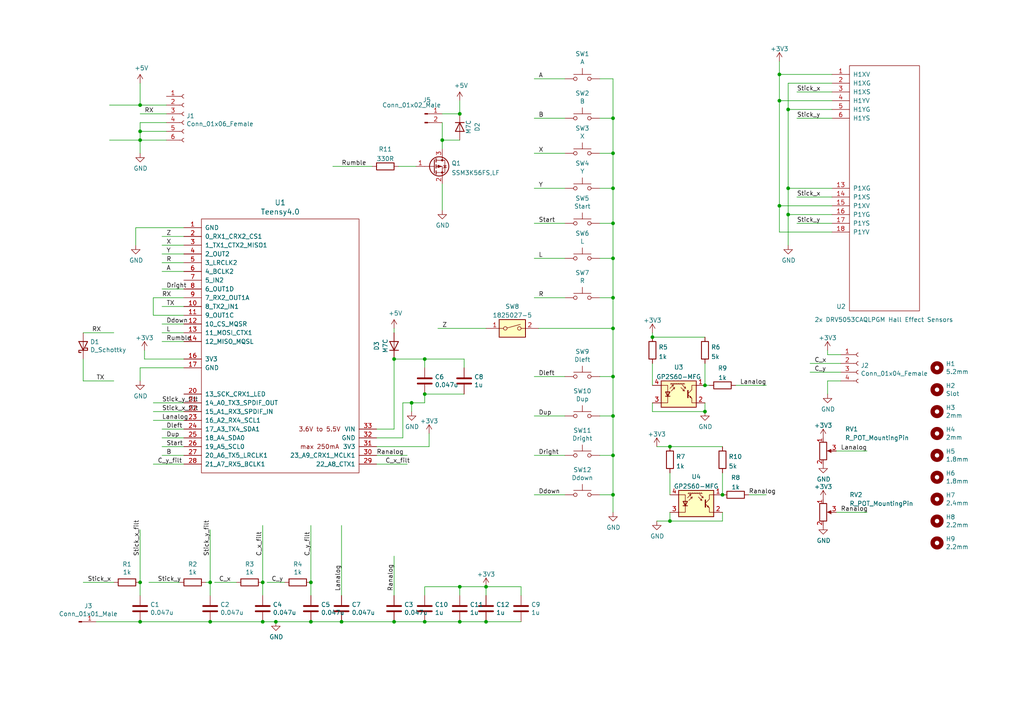
<source format=kicad_sch>
(kicad_sch (version 20211123) (generator eeschema)
  (paper "A4")
  (lib_symbols
    (symbol "Connector:Conn_01x01_Male" (pin_names (offset 1.016) hide)
      (property "Reference" "J" (at 0 2.54 0))
      (property "Value" "Conn_01x01_Male" (at 0 -2.54 0))
      (symbol "Conn_01x01_Male_1_1"
        (pin passive line (at 5.08 0 180) (length 3.81) (name "Pin_1") (number "1"))
      )
    )
    (symbol "Connector:Conn_01x02_Male" (pin_names (offset 1.016) hide)
      (property "Reference" "J" (at 0 2.54 0))
      (property "Value" "Conn_01x02_Male" (at 0 -5.08 0))
      (symbol "Conn_01x02_Male_1_1"
        (pin passive line (at 5.08 0 180) (length 3.81) (name "Pin_1") (number "1"))
        (pin passive line (at 5.08 -2.54 180) (length 3.81) (name "Pin_2") (number "2"))
      )
    )
    (symbol "Connector:Conn_01x04_Female" (pin_names (offset 1.016) hide)
      (property "Reference" "J" (at 0 5.08 0))
      (property "Value" "Conn_01x04_Female" (at 0 -7.62 0))
      (symbol "Conn_01x04_Female_1_1"
        (pin passive line (at -5.08 2.54 0) (length 3.81) (name "Pin_1") (number "1"))
        (pin passive line (at -5.08 0 0) (length 3.81) (name "Pin_2") (number "2"))
        (pin passive line (at -5.08 -2.54 0) (length 3.81) (name "Pin_3") (number "3"))
        (pin passive line (at -5.08 -5.08 0) (length 3.81) (name "Pin_4") (number "4"))
      )
    )
    (symbol "Connector:Conn_01x06_Female" (pin_names (offset 1.016) hide)
      (property "Reference" "J" (at 0 7.62 0))
      (property "Value" "Conn_01x06_Female" (at 0 -10.16 0))
      (symbol "Conn_01x06_Female_1_1"
        (pin passive line (at -5.08 5.08 0) (length 3.81) (name "Pin_1") (number "1"))
        (pin passive line (at -5.08 2.54 0) (length 3.81) (name "Pin_2") (number "2"))
        (pin passive line (at -5.08 0 0) (length 3.81) (name "Pin_3") (number "3"))
        (pin passive line (at -5.08 -2.54 0) (length 3.81) (name "Pin_4") (number "4"))
        (pin passive line (at -5.08 -5.08 0) (length 3.81) (name "Pin_5") (number "5"))
        (pin passive line (at -5.08 -7.62 0) (length 3.81) (name "Pin_6") (number "6"))
      )
    )
    (symbol "Device:C" (pin_numbers hide) (pin_names (offset 0.254))
      (property "Reference" "C" (at 0.635 2.54 0))
      (property "Value" "C" (at 0.635 -2.54 0))
      (symbol "C_1_1"
        (pin passive line (at 0 3.81 270) (length 2.794) (name "~") (number "1"))
        (pin passive line (at 0 -3.81 90) (length 2.794) (name "~") (number "2"))
      )
    )
    (symbol "Device:D" (pin_numbers hide) (pin_names (offset 1.016) hide)
      (property "Reference" "D" (at 0 2.54 0))
      (property "Value" "D" (at 0 -2.54 0))
      (symbol "D_1_1"
        (pin passive line (at -3.81 0 0) (length 2.54) (name "K") (number "1"))
        (pin passive line (at 3.81 0 180) (length 2.54) (name "A") (number "2"))
      )
    )
    (symbol "Device:D_Schottky" (pin_numbers hide) (pin_names (offset 1.016) hide)
      (property "Reference" "D" (at 0 2.54 0))
      (property "Value" "D_Schottky" (at 0 -2.54 0))
      (symbol "D_Schottky_1_1"
        (pin passive line (at -3.81 0 0) (length 2.54) (name "K") (number "1"))
        (pin passive line (at 3.81 0 180) (length 2.54) (name "A") (number "2"))
      )
    )
    (symbol "Device:R" (pin_numbers hide) (pin_names (offset 0))
      (property "Reference" "R" (at 2.032 0 90))
      (property "Value" "R" (at 0 0 90))
      (symbol "R_1_1"
        (pin passive line (at 0 3.81 270) (length 1.27) (name "~") (number "1"))
        (pin passive line (at 0 -3.81 90) (length 1.27) (name "~") (number "2"))
      )
    )
    (symbol "GCC:+3.3V" (power) (pin_names (offset 0))
      (property "Value" "+3.3V" (at 0 3.556 0))
      (symbol "+3.3V_1_1"
        (pin power_in line (at 0 0 90) (length 0) hide (name "+3V3") (number "1"))
      )
    )
    (symbol "GCC:Gamecube-MB-rescue_Slider_GCC-Gamecube_MB" (pin_names (offset 1.016) hide)
      (property "Reference" "RV" (at -8.255 0 90))
      (property "Value" "Gamecube-MB-rescue_Slider_GCC-Gamecube_MB" (at -6.35 0 90))
      (symbol "Gamecube-MB-rescue_Slider_GCC-Gamecube_MB_1_1"
        (pin passive line (at 0 3.81 270) (length 1.27) (name "V+") (number "1"))
        (pin passive line (at 0 -3.81 90) (length 1.27) (name "GND") (number "2"))
        (pin passive line (at 3.81 0 180) (length 1.27) (name "Signal") (number "3"))
      )
    )
    (symbol "GCC:Gamecube-MB-rescue_Stickbox_Assembly-Gamecube_MB" (pin_names (offset 1.016))
      (property "Reference" "U" (at 12.7 -41.91 90))
      (property "Value" "Gamecube-MB-rescue_Stickbox_Assembly-Gamecube_MB" (at 8.89 -35.56 90))
      (symbol "Gamecube-MB-rescue_Stickbox_Assembly-Gamecube_MB_0_0"
        (pin unspecified line (at -5.08 -2.54 0) (length 5.08) (name "H1XV") (number "1"))
        (pin unspecified line (at -5.08 -35.56 0) (length 5.08) (name "P1XG") (number "13"))
        (pin unspecified line (at -5.08 -38.1 0) (length 5.08) (name "P1XS") (number "14"))
        (pin unspecified line (at -5.08 -40.64 0) (length 5.08) (name "P1XV") (number "15"))
        (pin unspecified line (at -5.08 -43.18 0) (length 5.08) (name "P1YG") (number "16"))
        (pin unspecified line (at -5.08 -45.72 0) (length 5.08) (name "P1YS") (number "17"))
        (pin unspecified line (at -5.08 -48.26 0) (length 5.08) (name "P1YV") (number "18"))
        (pin unspecified line (at -5.08 -5.08 0) (length 5.08) (name "H1XG") (number "2"))
        (pin unspecified line (at -5.08 -7.62 0) (length 5.08) (name "H1XS") (number "3"))
        (pin unspecified line (at -5.08 -10.16 0) (length 5.08) (name "H1YV") (number "4"))
        (pin unspecified line (at -5.08 -12.7 0) (length 5.08) (name "H1YG") (number "5"))
        (pin unspecified line (at -5.08 -15.24 0) (length 5.08) (name "H1YS") (number "6"))
      )
    )
    (symbol "Mechanical:MountingHole" (pin_names (offset 1.016))
      (property "Reference" "H" (at 0 5.08 0))
      (property "Value" "MountingHole" (at 0 3.175 0))
    )
    (symbol "Sensor_Proximity:BPR-105" (pin_names (offset 0.0254) hide)
      (property "Reference" "U?" (at 0 7.7765 0))
      (property "Value" "BPR-105" (at 0 5.0014 0))
      (symbol "BPR-105_1_1"
        (pin open_collector line (at 7.62 2.54 180) (length 2.54) (name "C") (number "1"))
        (pin open_emitter line (at 7.62 -2.54 180) (length 2.54) (name "E") (number "2"))
        (pin passive line (at -7.62 -2.54 0) (length 2.54) (name "K") (number "3"))
        (pin passive line (at -7.62 2.54 0) (length 2.54) (name "A") (number "4"))
      )
    )
    (symbol "Switch:SW_DIP_x01" (pin_names (offset 0) hide)
      (property "Reference" "SW" (at 0 3.81 0))
      (property "Value" "SW_DIP_x01" (at 0 -3.81 0))
      (symbol "SW_DIP_x01_1_1"
        (pin passive line (at -7.62 0 0) (length 5.08) (name "~") (number "1"))
        (pin passive line (at 7.62 0 180) (length 5.08) (name "~") (number "2"))
      )
    )
    (symbol "Switch:SW_Push" (pin_numbers hide) (pin_names (offset 1.016) hide)
      (property "Reference" "SW" (at 1.27 2.54 0))
      (property "Value" "SW_Push" (at 0 -1.524 0))
      (symbol "SW_Push_0_1"
        (pin passive line (at -5.08 0 0) (length 2.54) (name "1") (number "1"))
        (pin passive line (at 5.08 0 180) (length 2.54) (name "2") (number "2"))
      )
    )
    (symbol "Transistor_FET:DMG2301L" (pin_names hide)
      (property "Reference" "Q" (at 5.08 1.905 0))
      (property "Value" "DMG2301L" (at 5.08 0 0))
      (symbol "DMG2301L_1_1"
        (pin input line (at -5.08 0 0) (length 2.54) (name "G") (number "1"))
        (pin passive line (at 2.54 -5.08 90) (length 2.54) (name "S") (number "2"))
        (pin passive line (at 2.54 5.08 270) (length 2.54) (name "D") (number "3"))
      )
    )
    (symbol "power:+5V" (power) (pin_names (offset 0))
      (property "Value" "+5V" (at 0 3.556 0))
      (symbol "+5V_1_1"
        (pin power_in line (at 0 0 90) (length 0) hide (name "+5V") (number "1"))
      )
    )
    (symbol "power:GND" (power) (pin_names (offset 0))
      (property "Value" "GND" (at 0 -3.81 0))
      (symbol "GND_1_1"
        (pin power_in line (at 0 0 270) (length 0) hide (name "GND") (number "1"))
      )
    )
    (symbol "teensy:Teensy4.0" (pin_names (offset 1.016))
      (property "Reference" "U1" (at 0 41.5798 0))
      (property "Value" "Teensy4.0" (at 0 38.8874 0))
      (symbol "Teensy4.0_0_0"
        (text "3.6V to 5.5V" (at 11.43 -24.13 0) (effects (font (size 1.27 1.27))))
        (text "max 250mA" (at 11.43 -29.21 0) (effects (font (size 1.27 1.27))))
        (pin bidirectional line (at -27.94 11.43 0) (length 5.08) (name "8_TX2_IN1") (number "10"))
        (pin bidirectional line (at -27.94 8.89 0) (length 5.08) (name "9_OUT1C") (number "11"))
        (pin bidirectional line (at -27.94 6.35 0) (length 5.08) (name "10_CS_MQSR") (number "12"))
        (pin bidirectional line (at -27.94 3.81 0) (length 5.08) (name "11_MOSI_CTX1") (number "13"))
        (pin bidirectional line (at -27.94 1.27 0) (length 5.08) (name "12_MISO_MQSL") (number "14"))
        (pin power_in line (at -27.94 -3.81 0) (length 5.08) (name "3V3") (number "16"))
        (pin power_in line (at -27.94 -6.35 0) (length 5.08) (name "GND") (number "17"))
        (pin bidirectional line (at -27.94 -13.97 0) (length 5.08) (name "13_SCK_CRX1_LED") (number "20"))
        (pin bidirectional line (at -27.94 -16.51 0) (length 5.08) (name "14_A0_TX3_SPDIF_OUT") (number "21"))
        (pin bidirectional line (at -27.94 -19.05 0) (length 5.08) (name "15_A1_RX3_SPDIF_IN") (number "22"))
        (pin bidirectional line (at -27.94 -21.59 0) (length 5.08) (name "16_A2_RX4_SCL1") (number "23"))
        (pin bidirectional line (at -27.94 -24.13 0) (length 5.08) (name "17_A3_TX4_SDA1") (number "24"))
        (pin bidirectional line (at -27.94 -26.67 0) (length 5.08) (name "18_A4_SDA0") (number "25"))
        (pin bidirectional line (at -27.94 -29.21 0) (length 5.08) (name "19_A5_SCL0") (number "26"))
        (pin bidirectional line (at -27.94 -31.75 0) (length 5.08) (name "20_A6_TX5_LRCLK1") (number "27"))
        (pin bidirectional line (at -27.94 -34.29 0) (length 5.08) (name "21_A7_RX5_BCLK1") (number "28"))
        (pin bidirectional line (at 27.94 -34.29 180) (length 5.08) (name "22_A8_CTX1") (number "29"))
        (pin bidirectional line (at 27.94 -31.75 180) (length 5.08) (name "23_A9_CRX1_MCLK1") (number "30"))
        (pin power_out line (at 27.94 -29.21 180) (length 5.08) (name "3V3") (number "31"))
        (pin power_in line (at 27.94 -26.67 180) (length 5.08) (name "GND") (number "32"))
        (pin power_in line (at 27.94 -24.13 180) (length 5.08) (name "VIN") (number "33"))
        (pin bidirectional line (at -27.94 24.13 0) (length 5.08) (name "3_LRCLK2") (number "5"))
        (pin bidirectional line (at -27.94 21.59 0) (length 5.08) (name "4_BCLK2") (number "6"))
        (pin bidirectional line (at -27.94 19.05 0) (length 5.08) (name "5_IN2") (number "7"))
        (pin bidirectional line (at -27.94 16.51 0) (length 5.08) (name "6_OUT1D") (number "8"))
        (pin bidirectional line (at -27.94 13.97 0) (length 5.08) (name "7_RX2_OUT1A") (number "9"))
      )
      (symbol "Teensy4.0_1_1"
        (pin power_in line (at -27.94 34.29 0) (length 5.08) (name "GND") (number "1"))
        (pin bidirectional line (at -27.94 31.75 0) (length 5.08) (name "0_RX1_CRX2_CS1") (number "2"))
        (pin bidirectional line (at -27.94 29.21 0) (length 5.08) (name "1_TX1_CTX2_MISO1") (number "3"))
        (pin bidirectional line (at -27.94 26.67 0) (length 5.08) (name "2_OUT2") (number "4"))
      )
    )
  )
  (junction (at 133.35 180.34))
  (junction (at 119.38 116.84))
  (junction (at 177.8 44.45))
  (junction (at 177.8 54.61))
  (junction (at 226.06 21.59))
  (junction (at 204.47 119.38))
  (junction (at 133.35 33.02))
  (junction (at 194.31 151.13))
  (junction (at 123.19 180.34))
  (junction (at 204.47 111.76))
  (junction (at 177.8 109.22))
  (junction (at 140.97 170.18))
  (junction (at 177.8 143.51))
  (junction (at 228.6 54.61))
  (junction (at 140.97 180.34))
  (junction (at 40.64 38.1))
  (junction (at 60.96 180.34))
  (junction (at 189.23 97.79))
  (junction (at 226.06 29.21))
  (junction (at 177.8 132.08))
  (junction (at 123.19 104.14))
  (junction (at 90.17 180.34))
  (junction (at 133.35 170.18))
  (junction (at 90.17 168.91))
  (junction (at 80.01 180.34))
  (junction (at 114.3 104.14))
  (junction (at 228.6 31.75))
  (junction (at 177.8 34.29))
  (junction (at 194.31 129.54))
  (junction (at 76.2 168.91))
  (junction (at 99.06 180.34))
  (junction (at 177.8 86.36))
  (junction (at 177.8 120.65))
  (junction (at 114.3 180.34))
  (junction (at 40.64 180.34))
  (junction (at 177.8 74.93))
  (junction (at 40.64 40.64))
  (junction (at 123.19 114.3))
  (junction (at 226.06 59.69))
  (junction (at 128.27 40.64))
  (junction (at 40.64 30.48))
  (junction (at 177.8 64.77))
  (junction (at 177.8 95.25))
  (junction (at 60.96 168.91))
  (junction (at 228.6 62.23))
  (junction (at 76.2 180.34))
  (junction (at 209.55 143.51))
  (junction (at 40.64 168.91))
  (wire (pts (xy 204.47 111.76) (xy 205.74 111.76)))
  (wire (pts (xy 53.34 132.08) (xy 46.99 132.08)))
  (wire (pts (xy 173.99 54.61) (xy 177.8 54.61)))
  (wire (pts (xy 109.22 127) (xy 116.84 127)))
  (wire (pts (xy 123.19 172.72) (xy 123.19 170.18)))
  (wire (pts (xy 177.8 143.51) (xy 177.8 148.59)))
  (wire (pts (xy 177.8 120.65) (xy 177.8 132.08)))
  (wire (pts (xy 204.47 119.38) (xy 189.23 119.38)))
  (wire (pts (xy 127 95.25) (xy 140.97 95.25)))
  (wire (pts (xy 24.13 96.52) (xy 33.02 96.52)))
  (wire (pts (xy 46.99 99.06) (xy 53.34 99.06)))
  (wire (pts (xy 53.34 106.68) (xy 40.64 106.68)))
  (wire (pts (xy 156.21 95.25) (xy 177.8 95.25)))
  (wire (pts (xy 133.35 29.21) (xy 133.35 33.02)))
  (wire (pts (xy 133.35 170.18) (xy 140.97 170.18)))
  (wire (pts (xy 243.84 105.41) (xy 234.95 105.41)))
  (wire (pts (xy 118.11 132.08) (xy 109.22 132.08)))
  (wire (pts (xy 114.3 172.72) (xy 114.3 161.29)))
  (wire (pts (xy 209.55 137.16) (xy 209.55 143.51)))
  (wire (pts (xy 243.84 107.95) (xy 234.95 107.95)))
  (wire (pts (xy 119.38 116.84) (xy 119.38 119.38)))
  (wire (pts (xy 204.47 116.84) (xy 204.47 119.38)))
  (wire (pts (xy 163.83 120.65) (xy 154.94 120.65)))
  (wire (pts (xy 177.8 54.61) (xy 177.8 44.45)))
  (wire (pts (xy 228.6 62.23) (xy 241.3 62.23)))
  (wire (pts (xy 151.13 172.72) (xy 151.13 170.18)))
  (wire (pts (xy 123.19 114.3) (xy 123.19 116.84)))
  (wire (pts (xy 241.3 21.59) (xy 226.06 21.59)))
  (wire (pts (xy 114.3 104.14) (xy 114.3 124.46)))
  (wire (pts (xy 40.64 180.34) (xy 60.96 180.34)))
  (wire (pts (xy 53.34 91.44) (xy 44.45 91.44)))
  (wire (pts (xy 76.2 152.4) (xy 76.2 168.91)))
  (wire (pts (xy 189.23 96.52) (xy 189.23 97.79)))
  (wire (pts (xy 118.11 134.62) (xy 109.22 134.62)))
  (wire (pts (xy 128.27 35.56) (xy 128.27 40.64)))
  (wire (pts (xy 48.26 38.1) (xy 40.64 38.1)))
  (wire (pts (xy 90.17 152.4) (xy 90.17 168.91)))
  (wire (pts (xy 194.31 151.13) (xy 194.31 148.59)))
  (wire (pts (xy 114.3 95.25) (xy 114.3 96.52)))
  (wire (pts (xy 53.34 86.36) (xy 44.45 86.36)))
  (wire (pts (xy 173.99 64.77) (xy 177.8 64.77)))
  (wire (pts (xy 53.34 88.9) (xy 46.99 88.9)))
  (wire (pts (xy 194.31 137.16) (xy 194.31 143.51)))
  (wire (pts (xy 209.55 148.59) (xy 209.55 151.13)))
  (wire (pts (xy 134.62 106.68) (xy 134.62 104.14)))
  (wire (pts (xy 114.3 104.14) (xy 123.19 104.14)))
  (wire (pts (xy 123.19 104.14) (xy 134.62 104.14)))
  (wire (pts (xy 48.26 33.02) (xy 40.64 33.02)))
  (wire (pts (xy 140.97 180.34) (xy 133.35 180.34)))
  (wire (pts (xy 163.83 143.51) (xy 154.94 143.51)))
  (wire (pts (xy 60.96 168.91) (xy 59.69 168.91)))
  (wire (pts (xy 128.27 40.64) (xy 128.27 43.18)))
  (wire (pts (xy 189.23 119.38) (xy 189.23 116.84)))
  (wire (pts (xy 190.5 129.54) (xy 194.31 129.54)))
  (wire (pts (xy 40.64 153.67) (xy 40.64 168.91)))
  (wire (pts (xy 41.91 104.14) (xy 41.91 101.6)))
  (wire (pts (xy 123.19 104.14) (xy 123.19 106.68)))
  (wire (pts (xy 231.14 64.77) (xy 241.3 64.77)))
  (wire (pts (xy 163.83 86.36) (xy 154.94 86.36)))
  (wire (pts (xy 213.36 111.76) (xy 222.25 111.76)))
  (wire (pts (xy 48.26 40.64) (xy 40.64 40.64)))
  (wire (pts (xy 228.6 54.61) (xy 241.3 54.61)))
  (wire (pts (xy 226.06 67.31) (xy 226.06 59.69)))
  (wire (pts (xy 116.84 127) (xy 116.84 116.84)))
  (wire (pts (xy 226.06 59.69) (xy 241.3 59.69)))
  (wire (pts (xy 243.84 110.49) (xy 240.03 110.49)))
  (wire (pts (xy 140.97 180.34) (xy 151.13 180.34)))
  (wire (pts (xy 40.64 106.68) (xy 40.64 110.49)))
  (wire (pts (xy 228.6 31.75) (xy 228.6 24.13)))
  (wire (pts (xy 90.17 180.34) (xy 99.06 180.34)))
  (wire (pts (xy 177.8 86.36) (xy 177.8 95.25)))
  (wire (pts (xy 133.35 170.18) (xy 133.35 172.72)))
  (wire (pts (xy 177.8 132.08) (xy 177.8 143.51)))
  (wire (pts (xy 209.55 151.13) (xy 194.31 151.13)))
  (wire (pts (xy 177.8 44.45) (xy 177.8 34.29)))
  (wire (pts (xy 163.83 132.08) (xy 154.94 132.08)))
  (wire (pts (xy 53.34 124.46) (xy 46.99 124.46)))
  (wire (pts (xy 177.8 86.36) (xy 177.8 74.93)))
  (wire (pts (xy 231.14 57.15) (xy 241.3 57.15)))
  (wire (pts (xy 163.83 34.29) (xy 154.94 34.29)))
  (wire (pts (xy 226.06 21.59) (xy 226.06 29.21)))
  (wire (pts (xy 243.84 102.87) (xy 240.03 102.87)))
  (wire (pts (xy 226.06 29.21) (xy 226.06 59.69)))
  (wire (pts (xy 163.83 54.61) (xy 154.94 54.61)))
  (wire (pts (xy 228.6 31.75) (xy 241.3 31.75)))
  (wire (pts (xy 48.26 30.48) (xy 40.64 30.48)))
  (wire (pts (xy 53.34 96.52) (xy 46.99 96.52)))
  (wire (pts (xy 123.19 116.84) (xy 119.38 116.84)))
  (wire (pts (xy 163.83 74.93) (xy 154.94 74.93)))
  (wire (pts (xy 53.34 68.58) (xy 46.99 68.58)))
  (wire (pts (xy 52.07 168.91) (xy 43.18 168.91)))
  (wire (pts (xy 116.84 116.84) (xy 119.38 116.84)))
  (wire (pts (xy 140.97 170.18) (xy 140.97 172.72)))
  (wire (pts (xy 53.34 71.12) (xy 46.99 71.12)))
  (wire (pts (xy 53.34 127) (xy 46.99 127)))
  (wire (pts (xy 53.34 93.98) (xy 46.99 93.98)))
  (wire (pts (xy 128.27 53.34) (xy 128.27 60.96)))
  (wire (pts (xy 177.8 74.93) (xy 177.8 64.77)))
  (wire (pts (xy 173.99 143.51) (xy 177.8 143.51)))
  (wire (pts (xy 24.13 104.14) (xy 24.13 110.49)))
  (wire (pts (xy 194.31 129.54) (xy 209.55 129.54)))
  (wire (pts (xy 173.99 109.22) (xy 177.8 109.22)))
  (wire (pts (xy 76.2 168.91) (xy 76.2 172.72)))
  (wire (pts (xy 53.34 129.54) (xy 46.99 129.54)))
  (wire (pts (xy 217.17 143.51) (xy 222.25 143.51)))
  (wire (pts (xy 53.34 134.62) (xy 44.45 134.62)))
  (wire (pts (xy 99.06 152.4) (xy 99.06 172.72)))
  (wire (pts (xy 163.83 22.86) (xy 154.94 22.86)))
  (wire (pts (xy 189.23 97.79) (xy 204.47 97.79)))
  (wire (pts (xy 226.06 67.31) (xy 241.3 67.31)))
  (wire (pts (xy 96.52 48.26) (xy 107.95 48.26)))
  (wire (pts (xy 114.3 180.34) (xy 123.19 180.34)))
  (wire (pts (xy 24.13 168.91) (xy 33.02 168.91)))
  (wire (pts (xy 173.99 132.08) (xy 177.8 132.08)))
  (wire (pts (xy 189.23 105.41) (xy 189.23 111.76)))
  (wire (pts (xy 177.8 22.86) (xy 177.8 34.29)))
  (wire (pts (xy 177.8 64.77) (xy 177.8 54.61)))
  (wire (pts (xy 228.6 62.23) (xy 228.6 71.12)))
  (wire (pts (xy 241.3 29.21) (xy 226.06 29.21)))
  (wire (pts (xy 231.14 34.29) (xy 241.3 34.29)))
  (wire (pts (xy 44.45 116.84) (xy 53.34 116.84)))
  (wire (pts (xy 53.34 83.82) (xy 46.99 83.82)))
  (wire (pts (xy 123.19 170.18) (xy 133.35 170.18)))
  (wire (pts (xy 53.34 104.14) (xy 41.91 104.14)))
  (wire (pts (xy 53.34 76.2) (xy 46.99 76.2)))
  (wire (pts (xy 128.27 40.64) (xy 133.35 40.64)))
  (wire (pts (xy 204.47 105.41) (xy 204.47 111.76)))
  (wire (pts (xy 31.75 30.48) (xy 40.64 30.48)))
  (wire (pts (xy 62.23 168.91) (xy 68.58 168.91)))
  (wire (pts (xy 240.03 110.49) (xy 240.03 114.3)))
  (wire (pts (xy 44.45 121.92) (xy 53.34 121.92)))
  (wire (pts (xy 173.99 86.36) (xy 177.8 86.36)))
  (wire (pts (xy 40.64 35.56) (xy 40.64 38.1)))
  (wire (pts (xy 27.94 180.34) (xy 40.64 180.34)))
  (wire (pts (xy 99.06 180.34) (xy 114.3 180.34)))
  (wire (pts (xy 124.46 129.54) (xy 109.22 129.54)))
  (wire (pts (xy 80.01 180.34) (xy 90.17 180.34)))
  (wire (pts (xy 173.99 34.29) (xy 177.8 34.29)))
  (wire (pts (xy 242.57 130.81) (xy 251.46 130.81)))
  (wire (pts (xy 40.64 40.64) (xy 40.64 44.45)))
  (wire (pts (xy 173.99 120.65) (xy 177.8 120.65)))
  (wire (pts (xy 53.34 73.66) (xy 46.99 73.66)))
  (wire (pts (xy 228.6 62.23) (xy 228.6 54.61)))
  (wire (pts (xy 109.22 124.46) (xy 114.3 124.46)))
  (wire (pts (xy 177.8 109.22) (xy 177.8 120.65)))
  (wire (pts (xy 173.99 44.45) (xy 177.8 44.45)))
  (wire (pts (xy 163.83 44.45) (xy 154.94 44.45)))
  (wire (pts (xy 151.13 170.18) (xy 140.97 170.18)))
  (wire (pts (xy 60.96 153.67) (xy 60.96 168.91)))
  (wire (pts (xy 128.27 33.02) (xy 133.35 33.02)))
  (wire (pts (xy 177.8 95.25) (xy 177.8 109.22)))
  (wire (pts (xy 53.34 66.04) (xy 39.37 66.04)))
  (wire (pts (xy 60.96 180.34) (xy 76.2 180.34)))
  (wire (pts (xy 115.57 48.26) (xy 120.65 48.26)))
  (wire (pts (xy 90.17 168.91) (xy 90.17 172.72)))
  (wire (pts (xy 163.83 64.77) (xy 154.94 64.77)))
  (wire (pts (xy 44.45 119.38) (xy 53.34 119.38)))
  (wire (pts (xy 173.99 22.86) (xy 177.8 22.86)))
  (wire (pts (xy 24.13 110.49) (xy 33.02 110.49)))
  (wire (pts (xy 240.03 102.87) (xy 240.03 101.6)))
  (wire (pts (xy 39.37 66.04) (xy 39.37 71.12)))
  (wire (pts (xy 60.96 168.91) (xy 60.96 172.72)))
  (wire (pts (xy 40.64 38.1) (xy 40.64 40.64)))
  (wire (pts (xy 80.01 180.34) (xy 76.2 180.34)))
  (wire (pts (xy 53.34 78.74) (xy 46.99 78.74)))
  (wire (pts (xy 40.64 172.72) (xy 40.64 168.91)))
  (wire (pts (xy 242.57 148.59) (xy 251.46 148.59)))
  (wire (pts (xy 226.06 17.78) (xy 226.06 21.59)))
  (wire (pts (xy 228.6 24.13) (xy 241.3 24.13)))
  (wire (pts (xy 163.83 109.22) (xy 154.94 109.22)))
  (wire (pts (xy 40.64 30.48) (xy 40.64 24.13)))
  (wire (pts (xy 123.19 180.34) (xy 133.35 180.34)))
  (wire (pts (xy 44.45 91.44) (xy 44.45 86.36)))
  (wire (pts (xy 123.19 114.3) (xy 134.62 114.3)))
  (wire (pts (xy 124.46 125.73) (xy 124.46 129.54)))
  (wire (pts (xy 48.26 35.56) (xy 40.64 35.56)))
  (wire (pts (xy 241.3 26.67) (xy 231.14 26.67)))
  (wire (pts (xy 228.6 31.75) (xy 228.6 54.61)))
  (wire (pts (xy 77.47 168.91) (xy 82.55 168.91)))
  (wire (pts (xy 31.75 40.64) (xy 40.64 40.64)))
  (wire (pts (xy 190.5 151.13) (xy 194.31 151.13)))
  (wire (pts (xy 173.99 74.93) (xy 177.8 74.93)))
  (label "RX" (at 26.67 96.52 0))
  (label "Lanalog" (at 214.63 111.76 0))
  (label "C_y_filt" (at 45.72 134.62 0))
  (label "Stick_y" (at 231.14 64.77 0))
  (label "A" (at 156.21 22.86 0))
  (label "A" (at 48.26 78.74 0))
  (label "Ranalog" (at 114.3 171.45 90))
  (label "RX" (at 46.99 86.36 0))
  (label "Dleft" (at 48.26 124.46 0))
  (label "Z" (at 48.26 68.58 0))
  (label "L" (at 156.21 74.93 0))
  (label "Stick_y" (at 45.72 168.91 0))
  (label "C_x" (at 236.22 105.41 0))
  (label "Stick_x" (at 231.14 26.67 0))
  (label "Stick_x" (at 231.14 57.15 0))
  (label "Lanalog" (at 46.99 121.92 0))
  (label "Rumble" (at 99.06 48.26 0))
  (label "Dleft" (at 156.21 109.22 0))
  (label "Ranalog" (at 217.17 143.51 0))
  (label "RX" (at 41.91 33.02 0))
  (label "Ranalog" (at 109.22 132.08 0))
  (label "B" (at 156.21 34.29 0))
  (label "C_y" (at 78.74 168.91 0))
  (label "Rumble" (at 48.26 99.06 0))
  (label "Z" (at 128.27 95.25 0))
  (label "C_x_filt" (at 76.2 161.29 90))
  (label "Start" (at 48.26 129.54 0))
  (label "Dright" (at 48.26 83.82 0))
  (label "C_x" (at 63.5 168.91 0))
  (label "C_y_filt" (at 90.17 161.29 90))
  (label "Stick_x" (at 25.4 168.91 0))
  (label "Dright" (at 156.21 132.08 0))
  (label "Ranalog" (at 243.84 148.59 0))
  (label "Start" (at 156.21 64.77 0))
  (label "B" (at 48.26 132.08 0))
  (label "Ddown" (at 156.21 143.51 0))
  (label "R" (at 156.21 86.36 0))
  (label "Stick_y_filt" (at 46.99 116.84 0))
  (label "X" (at 48.26 71.12 0))
  (label "R" (at 48.26 76.2 0))
  (label "TX" (at 48.26 88.9 0))
  (label "Lanalog" (at 243.84 130.81 0))
  (label "Stick_y" (at 231.14 34.29 0))
  (label "Y" (at 156.21 54.61 0))
  (label "Ddown" (at 48.26 93.98 0))
  (label "C_y" (at 236.22 107.95 0))
  (label "Dup" (at 48.26 127 0))
  (label "C_x_filt" (at 111.76 134.62 0))
  (label "Stick_x_filt" (at 46.99 119.38 0))
  (label "TX" (at 27.94 110.49 0))
  (label "Lanalog" (at 99.06 171.45 90))
  (label "L" (at 48.26 96.52 0))
  (label "X" (at 156.21 44.45 0))
  (label "Stick_x_filt" (at 40.64 161.29 90))
  (label "Y" (at 48.26 73.66 0))
  (label "Dup" (at 156.21 120.65 0))
  (label "Stick_y_filt" (at 60.96 161.29 90))
  (symbol (lib_id "teensy:Teensy4.0") (at 81.28 100.33 0) (unit 1)
    (property "Reference" "U1" (at 81.28 58.7502 0) (effects (font (size 1.524 1.524))))
    (property "Value" "Teensy4.0" (at 81.28 61.4426 0) (effects (font (size 1.524 1.524))))
    (property "Footprint" "teensy:Teensy40_Edge_Pins" (effects hide))
  )
  (symbol (lib_id "Switch:SW_Push") (at 168.91 22.86 0) (unit 1)
    (property "Reference" "SW1" (at 168.91 15.621 0))
    (property "Value" "A" (at 168.91 17.9324 0))
    (property "Footprint" "Gamecube MB:ABXY_Contact_Omron_Switch" (effects hide))
  )
  (symbol (lib_id "Switch:SW_Push") (at 168.91 34.29 0) (unit 1)
    (property "Reference" "SW2" (at 168.91 27.051 0))
    (property "Value" "B" (at 168.91 29.3624 0))
    (property "Footprint" "Gamecube MB:ABXY_Contact_Omron_Switch" (effects hide))
  )
  (symbol (lib_id "Switch:SW_Push") (at 168.91 44.45 0) (unit 1)
    (property "Reference" "SW3" (at 168.91 37.211 0))
    (property "Value" "X" (at 168.91 39.5224 0))
    (property "Footprint" "Gamecube MB:ABXY_Contact_Omron_Switch" (effects hide))
  )
  (symbol (lib_id "Switch:SW_Push") (at 168.91 54.61 0) (unit 1)
    (property "Reference" "SW4" (at 168.91 47.371 0))
    (property "Value" "Y" (at 168.91 49.6824 0))
    (property "Footprint" "Gamecube MB:ABXY_Contact_Omron_Switch" (effects hide))
  )
  (symbol (lib_id "Switch:SW_Push") (at 168.91 64.77 0) (unit 1)
    (property "Reference" "SW5" (at 168.91 57.531 0))
    (property "Value" "Start" (at 168.91 59.8424 0))
    (property "Footprint" "Gamecube MB:Start_Contact" (effects hide))
  )
  (symbol (lib_id "Switch:SW_Push") (at 168.91 74.93 0) (unit 1)
    (property "Reference" "SW6" (at 168.91 67.691 0))
    (property "Value" "L" (at 168.91 70.0024 0))
    (property "Footprint" "Pin_Headers:Pin_Header_Straight_1x02_Pitch2.54mm" (effects hide))
  )
  (symbol (lib_id "Switch:SW_Push") (at 168.91 86.36 0) (unit 1)
    (property "Reference" "SW7" (at 168.91 79.121 0))
    (property "Value" "R" (at 168.91 81.4324 0))
    (property "Footprint" "Pin_Headers:Pin_Header_Straight_1x02_Pitch2.54mm" (effects hide))
  )
  (symbol (lib_id "power:GND") (at 39.37 71.12 0) (unit 1)
    (property "Reference" "#PWR0102" (effects hide))
    (property "Value" "GND" (at 39.497 75.5142 0))
  )
  (symbol (lib_id "power:GND") (at 177.8 148.59 0) (unit 1)
    (property "Reference" "#PWR0103" (effects hide))
    (property "Value" "GND" (at 177.927 152.9842 0))
  )
  (symbol (lib_id "power:+5V") (at 40.64 24.13 0) (unit 1)
    (property "Reference" "#PWR0113" (effects hide))
    (property "Value" "+5V" (at 41.021 19.7358 0))
  )
  (symbol (lib_id "Connector:Conn_01x06_Female") (at 53.34 33.02 0) (unit 1)
    (property "Reference" "J1" (at 54.0512 33.6296 0) (effects (justify left)))
    (property "Value" "Conn_01x06_Female" (at 54.0512 35.941 0) (effects (justify left)))
    (property "Footprint" "Gamecube MB:GCC_Header_Straight_1x06_Pitch2.00mm" (effects hide))
  )
  (symbol (lib_id "GCC:Gamecube-MB-rescue_Slider_GCC-Gamecube_MB") (at 238.76 130.81 0) (unit 1)
    (property "Reference" "RV1" (at 245.11 124.46 0) (effects (justify left)))
    (property "Value" "R_POT_MountingPin" (at 245.11 127 0) (effects (justify left)))
    (property "Footprint" "Gamecube MB:GCC_Slider" (effects hide))
  )
  (symbol (lib_id "Connector:Conn_01x04_Female") (at 248.92 105.41 0) (unit 1)
    (property "Reference" "J2" (at 249.6312 106.0196 0) (effects (justify left)))
    (property "Value" "Conn_01x04_Female" (at 249.6312 108.331 0) (effects (justify left)))
    (property "Footprint" "Pin_Headers:Pin_Header_Straight_1x04_Pitch2.00mm" (effects hide))
  )
  (symbol (lib_id "GCC:Gamecube-MB-rescue_Slider_GCC-Gamecube_MB") (at 238.76 148.59 0) (unit 1)
    (property "Reference" "RV2" (at 246.38 143.51 0) (effects (justify left)))
    (property "Value" "R_POT_MountingPin" (at 246.38 146.05 0) (effects (justify left)))
    (property "Footprint" "Gamecube MB:GCC_Slider" (effects hide))
  )
  (symbol (lib_id "power:GND") (at 240.03 114.3 0) (unit 1)
    (property "Reference" "#PWR0108" (effects hide))
    (property "Value" "GND" (at 240.157 118.6942 0))
  )
  (symbol (lib_id "Switch:SW_Push") (at 168.91 109.22 0) (unit 1)
    (property "Reference" "SW9" (at 168.91 101.981 0))
    (property "Value" "Dleft" (at 168.91 104.2924 0))
    (property "Footprint" "Gamecube MB:Dpad_Contact" (effects hide))
  )
  (symbol (lib_id "power:GND") (at 238.76 134.62 0) (unit 1)
    (property "Reference" "#PWR0115" (effects hide))
    (property "Value" "GND" (at 238.887 139.0142 0))
  )
  (symbol (lib_id "Switch:SW_Push") (at 168.91 120.65 0) (unit 1)
    (property "Reference" "SW10" (at 168.91 113.411 0))
    (property "Value" "Dup" (at 168.91 115.7224 0))
    (property "Footprint" "Gamecube MB:Dpad_Contact" (effects hide))
  )
  (symbol (lib_id "Switch:SW_Push") (at 168.91 132.08 0) (unit 1)
    (property "Reference" "SW11" (at 168.91 124.841 0))
    (property "Value" "Dright" (at 168.91 127.1524 0))
    (property "Footprint" "Gamecube MB:Dpad_Contact" (effects hide))
  )
  (symbol (lib_id "Switch:SW_Push") (at 168.91 143.51 0) (unit 1)
    (property "Reference" "SW12" (at 168.91 136.271 0))
    (property "Value" "Ddown" (at 168.91 138.5824 0))
    (property "Footprint" "Gamecube MB:Dpad_Contact" (effects hide))
  )
  (symbol (lib_id "power:GND") (at 238.76 152.4 0) (unit 1)
    (property "Reference" "#PWR0117" (effects hide))
    (property "Value" "GND" (at 238.887 156.7942 0))
  )
  (symbol (lib_id "Switch:SW_DIP_x01") (at 148.59 95.25 0) (unit 1)
    (property "Reference" "SW8" (at 148.59 88.9 0))
    (property "Value" "1825027-5" (at 148.59 91.44 0))
    (property "Footprint" "Gamecube MB:Z_Switch_Edge" (effects hide))
    (property "Configuration_Pole-Throw" "Single Pole - Single Throw" (effects hide))
    (property "Contact_Current_Rating" "50 mA" (effects hide))
    (property "Comment" "1825027-5" (effects hide))
    (property "EU_RoHS_Compliance" "Compliant" (effects hide))
  )
  (symbol (lib_id "GCC:Gamecube-MB-rescue_Stickbox_Assembly-Gamecube_MB") (at 246.38 19.05 0) (unit 1)
    (property "Reference" "U2" (at 242.57 88.9 0) (effects (justify left)))
    (property "Value" "2x DRV5053CAQLPGM Hall Effect Sensors" (at 236.22 92.71 0) (effects (justify left)))
    (property "Footprint" "Gamecube MB:GCC_Stickbox_2" (effects hide))
  )
  (symbol (lib_id "power:GND") (at 228.6 71.12 0) (unit 1)
    (property "Reference" "#PWR0101" (effects hide))
    (property "Value" "GND" (at 228.727 75.5142 0))
  )
  (symbol (lib_id "Device:C") (at 40.64 176.53 0) (unit 1)
    (property "Reference" "C1" (at 43.561 175.3616 0) (effects (justify left)))
    (property "Value" "0.047u" (at 43.561 177.673 0) (effects (justify left)))
    (property "Footprint" "Capacitors_SMD:C_0603_HandSoldering" (effects hide))
    (property "LCSC" "C1604" (effects hide))
    (property "MPN" "0603B222K500NT" (effects hide))
    (property "Manufacturer" "FH(Guangdong Fenghua Advanced Tech)" (effects hide))
  )
  (symbol (lib_id "Device:C") (at 60.96 176.53 0) (unit 1)
    (property "Reference" "C2" (at 63.881 175.3616 0) (effects (justify left)))
    (property "Value" "0.047u" (at 63.881 177.673 0) (effects (justify left)))
    (property "Footprint" "Capacitors_SMD:C_0603_HandSoldering" (effects hide))
    (property "LCSC" "C1604" (effects hide))
    (property "MPN" "0603B222K500NT" (effects hide))
    (property "Manufacturer" "FH(Guangdong Fenghua Advanced Tech)" (effects hide))
  )
  (symbol (lib_id "Device:C") (at 114.3 176.53 0) (unit 1)
    (property "Reference" "C3" (at 117.221 175.3616 0) (effects (justify left)))
    (property "Value" "0.047u" (at 117.221 177.673 0) (effects (justify left)))
    (property "Footprint" "Capacitors_SMD:C_0603_HandSoldering" (effects hide))
    (property "LCSC" "C1604" (effects hide))
    (property "MPN" "0603B222K500NT" (effects hide))
    (property "Manufacturer" "FH(Guangdong Fenghua Advanced Tech)" (effects hide))
  )
  (symbol (lib_id "Device:C") (at 76.2 176.53 0) (unit 1)
    (property "Reference" "C4" (at 79.121 175.3616 0) (effects (justify left)))
    (property "Value" "0.047u" (at 79.121 177.673 0) (effects (justify left)))
    (property "Footprint" "Capacitors_SMD:C_0603_HandSoldering" (effects hide))
    (property "LCSC" "C1604" (effects hide))
    (property "MPN" "0603B222K500NT" (effects hide))
    (property "Manufacturer" "FH(Guangdong Fenghua Advanced Tech)" (effects hide))
  )
  (symbol (lib_id "Device:C") (at 90.17 176.53 0) (unit 1)
    (property "Reference" "C5" (at 93.091 175.3616 0) (effects (justify left)))
    (property "Value" "0.047u" (at 93.091 177.673 0) (effects (justify left)))
    (property "Footprint" "Capacitors_SMD:C_0603_HandSoldering" (effects hide))
    (property "LCSC" "C1604" (effects hide))
    (property "MPN" "0603B222K500NT" (effects hide))
    (property "Manufacturer" "FH(Guangdong Fenghua Advanced Tech)" (effects hide))
  )
  (symbol (lib_id "Device:C") (at 99.06 176.53 0) (unit 1)
    (property "Reference" "C7" (at 101.981 175.3616 0) (effects (justify left)))
    (property "Value" "0.047u" (at 101.981 177.673 0) (effects (justify left)))
    (property "Footprint" "Capacitors_SMD:C_0603_HandSoldering" (effects hide))
    (property "LCSC" "C1604" (effects hide))
    (property "MPN" "0603B222K500NT" (effects hide))
    (property "Manufacturer" "FH(Guangdong Fenghua Advanced Tech)" (effects hide))
  )
  (symbol (lib_id "power:GND") (at 80.01 180.34 0) (unit 1)
    (property "Reference" "#PWR0109" (effects hide))
    (property "Value" "GND" (at 80.137 184.7342 0))
  )
  (symbol (lib_id "Device:C") (at 133.35 176.53 0) (unit 1)
    (property "Reference" "C11" (at 136.271 175.3616 0) (effects (justify left)))
    (property "Value" "1u" (at 136.271 177.673 0) (effects (justify left)))
    (property "Footprint" "Capacitor_SMD:C_0603_1608Metric_Pad1.08x0.95mm_HandSolder" (effects hide))
    (property "LCSC" "C15849" (effects hide))
    (property "MPN" "CL10A105KB8NNNC" (effects hide))
    (property "Manufacturer" "Samsung Electro-Mechanics" (effects hide))
  )
  (symbol (lib_id "Device:C") (at 140.97 176.53 0) (unit 1)
    (property "Reference" "C12" (at 143.891 175.3616 0) (effects (justify left)))
    (property "Value" "1u" (at 143.891 177.673 0) (effects (justify left)))
    (property "Footprint" "Capacitor_SMD:C_0603_1608Metric_Pad1.08x0.95mm_HandSolder" (effects hide))
    (property "LCSC" "C15849" (effects hide))
    (property "MPN" "CL10A105KB8NNNC" (effects hide))
    (property "Manufacturer" "Samsung Electro-Mechanics" (effects hide))
  )
  (symbol (lib_id "power:GND") (at 40.64 44.45 0) (unit 1)
    (property "Reference" "#PWR0112" (effects hide))
    (property "Value" "GND" (at 40.767 48.8442 0))
  )
  (symbol (lib_id "Device:D_Schottky") (at 24.13 100.33 90) (unit 1)
    (property "Reference" "D1" (at 26.1366 99.1616 90) (effects (justify right)))
    (property "Value" "D_Schottky" (at 26.1366 101.473 90) (effects (justify right)))
    (property "Footprint" "Gamecube MB:D_SOD-523_large_pads" (effects hide))
    (property "LCSC" "C8524" (effects hide))
    (property "Manufacturer PN" "RB751S-40" (effects hide))
    (property "MPN" "RB751S-40" (effects hide))
    (property "Manufacturer" "Changjiang Electronics Tech (CJ)" (effects hide))
  )
  (symbol (lib_id "Connector:Conn_01x01_Male") (at 22.86 180.34 0) (unit 1)
    (property "Reference" "J3" (at 25.6032 175.7426 0))
    (property "Value" "Conn_01x01_Male" (at 25.6032 178.054 0))
    (property "Footprint" "Connector_PinHeader_2.54mm:PinHeader_1x01_P2.54mm_Vertical" (effects hide))
  )
  (symbol (lib_id "Mechanical:MountingHole") (at 271.78 106.68 0) (unit 1)
    (property "Reference" "H1" (at 274.32 105.5116 0) (effects (justify left)))
    (property "Value" "5.2mm" (at 274.32 107.823 0) (effects (justify left)))
    (property "Footprint" "Gamecube MB:MountingHole_5.2mm" (effects hide))
  )
  (symbol (lib_id "Mechanical:MountingHole") (at 271.78 113.03 0) (unit 1)
    (property "Reference" "H2" (at 274.32 111.8616 0) (effects (justify left)))
    (property "Value" "Slot" (at 274.32 114.173 0) (effects (justify left)))
    (property "Footprint" "Gamecube MB:Slot" (effects hide))
  )
  (symbol (lib_id "Mechanical:MountingHole") (at 271.78 119.38 0) (unit 1)
    (property "Reference" "H3" (at 274.32 118.2116 0) (effects (justify left)))
    (property "Value" "2mm" (at 274.32 120.523 0) (effects (justify left)))
    (property "Footprint" "Gamecube MB:MountingHole_2.0mm" (effects hide))
  )
  (symbol (lib_id "Mechanical:MountingHole") (at 271.78 125.73 0) (unit 1)
    (property "Reference" "H4" (at 274.32 124.5616 0) (effects (justify left)))
    (property "Value" "2mm" (at 274.32 126.873 0) (effects (justify left)))
    (property "Footprint" "Gamecube MB:MountingHole_2.0mm" (effects hide))
  )
  (symbol (lib_id "Mechanical:MountingHole") (at 271.78 132.08 0) (unit 1)
    (property "Reference" "H5" (at 274.32 130.9116 0) (effects (justify left)))
    (property "Value" "1.8mm" (at 274.32 133.223 0) (effects (justify left)))
    (property "Footprint" "Gamecube MB:MountingHole_1.8mm" (effects hide))
  )
  (symbol (lib_id "Mechanical:MountingHole") (at 271.78 138.43 0) (unit 1)
    (property "Reference" "H6" (at 274.32 137.2616 0) (effects (justify left)))
    (property "Value" "1.8mm" (at 274.32 139.573 0) (effects (justify left)))
    (property "Footprint" "Gamecube MB:MountingHole_1.8mm" (effects hide))
  )
  (symbol (lib_id "Mechanical:MountingHole") (at 271.78 144.78 0) (unit 1)
    (property "Reference" "H7" (at 274.32 143.6116 0) (effects (justify left)))
    (property "Value" "2.4mm" (at 274.32 145.923 0) (effects (justify left)))
    (property "Footprint" "Gamecube MB:MountingHole_2.4mm" (effects hide))
  )
  (symbol (lib_id "Mechanical:MountingHole") (at 271.78 151.13 0) (unit 1)
    (property "Reference" "H8" (at 274.32 149.9616 0) (effects (justify left)))
    (property "Value" "2.2mm" (at 274.32 152.273 0) (effects (justify left)))
    (property "Footprint" "Gamecube MB:MountingHole_2.2mm" (effects hide))
  )
  (symbol (lib_id "Mechanical:MountingHole") (at 271.78 157.48 0) (unit 1)
    (property "Reference" "H9" (at 274.32 156.3116 0) (effects (justify left)))
    (property "Value" "2.2mm" (at 274.32 158.623 0) (effects (justify left)))
    (property "Footprint" "Gamecube MB:MountingHole_2.2mm" (effects hide))
  )
  (symbol (lib_id "Device:R") (at 36.83 168.91 270) (unit 1)
    (property "Reference" "R1" (at 36.83 163.6522 90))
    (property "Value" "1k" (at 36.83 165.9636 90))
    (property "Footprint" "Resistor_SMD:R_0603_1608Metric_Pad0.98x0.95mm_HandSolder" (effects hide))
    (property "LCSC" "C25804" (effects hide))
    (property "Manufacturer PN" "0603WAF1002T5ECopy" (effects hide))
    (property "MPN" "0603WAF1002T5E" (effects hide))
    (property "Manufacturer" "UNI-ROYAL" (effects hide))
  )
  (symbol (lib_id "Device:R") (at 55.88 168.91 270) (unit 1)
    (property "Reference" "R2" (at 55.88 163.6522 90))
    (property "Value" "1k" (at 55.88 165.9636 90))
    (property "Footprint" "Resistor_SMD:R_0603_1608Metric_Pad0.98x0.95mm_HandSolder" (effects hide))
    (property "LCSC" "C25804" (effects hide))
    (property "MPN" "0603WAF1002T5E" (effects hide))
    (property "Manufacturer" "UNI-ROYAL" (effects hide))
  )
  (symbol (lib_id "Device:C") (at 123.19 176.53 0) (unit 1)
    (property "Reference" "C10" (at 126.111 175.3616 0) (effects (justify left)))
    (property "Value" "1u" (at 126.111 177.673 0) (effects (justify left)))
    (property "Footprint" "Capacitor_SMD:C_0603_1608Metric_Pad1.08x0.95mm_HandSolder" (effects hide))
    (property "LCSC" "C15849" (effects hide))
    (property "MPN" "CL10A105KB8NNNC" (effects hide))
    (property "Manufacturer" "Samsung Electro-Mechanics" (effects hide))
  )
  (symbol (lib_id "Device:R") (at 209.55 111.76 90) (unit 1)
    (property "Reference" "R9" (at 209.55 106.7775 90))
    (property "Value" "1k" (at 209.55 109.5526 90))
    (property "Footprint" "Resistor_SMD:R_0603_1608Metric_Pad0.98x0.95mm_HandSolder" (effects hide))
    (property "LCSC" "C25804" (effects hide))
    (property "MPN" "0603WAF1002T5E" (effects hide))
    (property "Manufacturer" "UNI-ROYAL" (effects hide))
  )
  (symbol (lib_id "Device:R") (at 86.36 168.91 270) (unit 1)
    (property "Reference" "R4" (at 86.36 163.6522 90))
    (property "Value" "1k" (at 86.36 165.9636 90))
    (property "Footprint" "Resistor_SMD:R_0603_1608Metric_Pad0.98x0.95mm_HandSolder" (effects hide))
    (property "LCSC" "C25804" (effects hide))
    (property "MPN" "0603WAF1002T5E" (effects hide))
    (property "Manufacturer" "UNI-ROYAL" (effects hide))
  )
  (symbol (lib_id "power:GND") (at 119.38 119.38 0) (unit 1)
    (property "Reference" "#PWR0119" (effects hide))
    (property "Value" "GND" (at 119.507 123.7742 0))
  )
  (symbol (lib_id "Device:D") (at 133.35 36.83 270) (unit 1)
    (property "Reference" "D2" (at 138.43 36.83 0))
    (property "Value" "M7C" (at 135.89 36.83 0))
    (property "Footprint" "Diode_SMD:D_SOD-123F" (effects hide))
    (property "LCSC" "C95872" (effects hide))
    (property "MPN" "M7" (effects hide))
    (property "Manufacturer" "MDD (Microdiode Electronics)" (effects hide))
  )
  (symbol (lib_id "Transistor_FET:DMG2301L") (at 125.73 48.26 0) (unit 1)
    (property "Reference" "Q1" (at 130.937 47.3515 0) (effects (justify left)))
    (property "Value" "SSM3K56FS,LF" (at 130.937 50.1266 0) (effects (justify left)))
    (property "Footprint" "Package_TO_SOT_SMD:SOT-23" (effects hide))
    (property "Datasheet" "https://www.diodes.com/assets/Datasheets/DMG2301L.pdf" (effects hide))
    (property "LCSC" "C8545" (effects hide))
    (property "MPN" "2N7002" (effects hide))
    (property "Manufacturer" "Changjiang Electronics Tech (CJ)" (effects hide))
  )
  (symbol (lib_id "GCC:+3.3V") (at 238.76 127 0) (unit 1)
    (property "Reference" "#PWR0110" (effects hide))
    (property "Value" "+3.3V" (at 238.76 123.3955 0))
  )
  (symbol (lib_id "power:GND") (at 190.5 151.13 0) (unit 1)
    (property "Reference" "#PWR02" (effects hide))
    (property "Value" "GND" (at 190.627 155.5242 0))
  )
  (symbol (lib_id "Device:C") (at 134.62 110.49 0) (unit 1)
    (property "Reference" "C8" (at 137.541 109.3216 0) (effects (justify left)))
    (property "Value" "1u" (at 137.541 111.633 0) (effects (justify left)))
    (property "Footprint" "Capacitor_SMD:C_0603_1608Metric_Pad1.08x0.95mm_HandSolder" (effects hide))
    (property "LCSC" "C15849" (effects hide))
    (property "MPN" "CL10A105KB8NNNC" (effects hide))
    (property "Manufacturer" "Samsung Electro-Mechanics" (effects hide))
  )
  (symbol (lib_id "power:+5V") (at 114.3 95.25 0) (unit 1)
    (property "Reference" "#PWR0118" (effects hide))
    (property "Value" "+5V" (at 114.681 90.8558 0))
  )
  (symbol (lib_id "Device:R") (at 204.47 101.6 0) (unit 1)
    (property "Reference" "R6" (at 206.248 100.6915 0) (effects (justify left)))
    (property "Value" "5k" (at 206.248 103.4666 0) (effects (justify left)))
    (property "Footprint" "Resistor_SMD:R_0603_1608Metric_Pad0.98x0.95mm_HandSolder" (effects hide))
    (property "LCSC" "C23162" (effects hide))
    (property "MPN" "0603WAF4701T5E" (effects hide))
    (property "Manufacturer" "UNI-ROYAL(Uniroyal Elec)" (effects hide))
  )
  (symbol (lib_id "GCC:+3.3V") (at 238.76 144.78 0) (unit 1)
    (property "Reference" "#PWR0107" (effects hide))
    (property "Value" "+3.3V" (at 238.76 141.1755 0))
  )
  (symbol (lib_id "Device:R") (at 213.36 143.51 90) (unit 1)
    (property "Reference" "R8" (at 213.36 138.5275 90))
    (property "Value" "1k" (at 213.36 141.3026 90))
    (property "Footprint" "Resistor_SMD:R_0603_1608Metric_Pad0.98x0.95mm_HandSolder" (effects hide))
    (property "LCSC" "C25804" (effects hide))
    (property "MPN" "0603WAF1002T5E" (effects hide))
    (property "Manufacturer" "UNI-ROYAL" (effects hide))
  )
  (symbol (lib_id "GCC:+3.3V") (at 240.03 101.6 0) (unit 1)
    (property "Reference" "#PWR0106" (effects hide))
    (property "Value" "+3.3V" (at 240.03 97.9955 0))
  )
  (symbol (lib_id "Connector:Conn_01x02_Male") (at 123.19 33.02 0) (unit 1)
    (property "Reference" "J5" (at 123.825 28.9773 0))
    (property "Value" "Conn_01x02_Male" (at 119.38 30.48 0))
    (property "Footprint" "Connector_PinHeader_2.54mm:PinHeader_1x02_P2.54mm_Vertical" (effects hide))
  )
  (symbol (lib_id "GCC:+3.3V") (at 140.97 170.18 0) (unit 1)
    (property "Reference" "#PWR0116" (effects hide))
    (property "Value" "+3.3V" (at 140.97 166.5755 0))
  )
  (symbol (lib_id "Device:R") (at 189.23 101.6 0) (unit 1)
    (property "Reference" "R5" (at 191.008 100.6915 0) (effects (justify left)))
    (property "Value" "1k" (at 191.008 103.4666 0) (effects (justify left)))
    (property "Footprint" "Resistor_SMD:R_0603_1608Metric_Pad0.98x0.95mm_HandSolder" (effects hide))
    (property "LCSC" "C25804" (effects hide))
    (property "MPN" "0603WAF1002T5E" (effects hide))
    (property "Manufacturer" "UNI-ROYAL" (effects hide))
  )
  (symbol (lib_id "GCC:+3.3V") (at 41.91 101.6 0) (unit 1)
    (property "Reference" "#PWR0120" (effects hide))
    (property "Value" "+3.3V" (at 41.91 97.9955 0))
  )
  (symbol (lib_id "GCC:+3.3V") (at 226.06 17.78 0) (unit 1)
    (property "Reference" "#PWR0104" (effects hide))
    (property "Value" "+3.3V" (at 226.06 14.1755 0))
  )
  (symbol (lib_id "GCC:+3.3V") (at 190.5 129.54 0) (unit 1)
    (property "Reference" "#PWR01" (effects hide))
    (property "Value" "+3.3V" (at 190.5 125.9355 0))
  )
  (symbol (lib_id "Device:R") (at 194.31 133.35 0) (unit 1)
    (property "Reference" "R7" (at 196.088 132.4415 0) (effects (justify left)))
    (property "Value" "1k" (at 196.088 135.2166 0) (effects (justify left)))
    (property "Footprint" "Resistor_SMD:R_0603_1608Metric_Pad0.98x0.95mm_HandSolder" (effects hide))
    (property "LCSC" "C25804" (effects hide))
    (property "MPN" "0603WAF1002T5E" (effects hide))
    (property "Manufacturer" "UNI-ROYAL" (effects hide))
  )
  (symbol (lib_id "power:GND") (at 40.64 110.49 0) (unit 1)
    (property "Reference" "#PWR0121" (effects hide))
    (property "Value" "GND" (at 40.767 114.8842 0))
  )
  (symbol (lib_id "Device:R") (at 72.39 168.91 270) (unit 1)
    (property "Reference" "R3" (at 72.39 163.6522 90))
    (property "Value" "1k" (at 72.39 165.9636 90))
    (property "Footprint" "Resistor_SMD:R_0603_1608Metric_Pad0.98x0.95mm_HandSolder" (effects hide))
    (property "LCSC" "C25804" (effects hide))
    (property "MPN" "0603WAF1002T5E" (effects hide))
    (property "Manufacturer" "UNI-ROYAL" (effects hide))
  )
  (symbol (lib_id "Device:R") (at 209.55 133.35 0) (unit 1)
    (property "Reference" "R10" (at 211.328 132.4415 0) (effects (justify left)))
    (property "Value" "5k" (at 211.328 135.2166 0) (effects (justify left)))
    (property "Footprint" "Resistor_SMD:R_0603_1608Metric_Pad0.98x0.95mm_HandSolder" (effects hide))
    (property "LCSC" "C23162" (effects hide))
    (property "MPN" "0603WAF4701T5E" (effects hide))
    (property "Manufacturer" "UNI-ROYAL(Uniroyal Elec)" (effects hide))
  )
  (symbol (lib_id "Device:D") (at 114.3 100.33 90) (unit 1)
    (property "Reference" "D3" (at 109.22 100.33 0))
    (property "Value" "M7C" (at 111.76 100.33 0))
    (property "Footprint" "Diode_SMD:D_SOD-123F" (effects hide))
    (property "LCSC" "C95872" (effects hide))
    (property "MPN" "M7" (effects hide))
    (property "Manufacturer" "MDD (Microdiode Electronics)" (effects hide))
  )
  (symbol (lib_id "Sensor_Proximity:BPR-105") (at 201.93 146.05 0) (unit 1)
    (property "Reference" "U4" (at 201.93 138.2735 0))
    (property "Value" "GP2S60-MFG" (at 201.93 141.0486 0))
    (property "Footprint" "Gamecube MB:Sharp_Microelectronics-GP2S60-MFG" (effects hide))
    (property "Datasheet" "http://www.ystone.com.tw/en/data/goods/IRPT/Photo%20Interrupters-Reflective%20Type.pdf" (effects hide))
  )
  (symbol (lib_id "power:GND") (at 204.47 119.38 0) (unit 1)
    (property "Reference" "#PWR0122" (effects hide))
    (property "Value" "GND" (at 204.597 123.7742 0))
  )
  (symbol (lib_id "Device:R") (at 111.76 48.26 90) (unit 1)
    (property "Reference" "R11" (at 111.76 43.2775 90))
    (property "Value" "330R" (at 111.76 46.0526 90))
    (property "Footprint" "Resistor_SMD:R_0603_1608Metric_Pad0.98x0.95mm_HandSolder" (effects hide))
    (property "LCSC" "C23138" (effects hide))
    (property "MPN" "0603WAF3300T5E" (effects hide))
    (property "Manufacturer" "UNI-ROYAL(Uniroyal Elec)" (effects hide))
  )
  (symbol (lib_id "power:+5V") (at 133.35 29.21 0) (unit 1)
    (property "Reference" "#PWR0111" (effects hide))
    (property "Value" "+5V" (at 133.731 24.8158 0))
  )
  (symbol (lib_id "Device:C") (at 123.19 110.49 0) (unit 1)
    (property "Reference" "C6" (at 126.111 109.3216 0) (effects (justify left)))
    (property "Value" "0.047u" (at 126.111 111.633 0) (effects (justify left)))
    (property "Footprint" "Capacitors_SMD:C_0603_HandSoldering" (effects hide))
    (property "LCSC" "C1604" (effects hide))
    (property "MPN" "0603B222K500NT" (effects hide))
    (property "Manufacturer" "FH(Guangdong Fenghua Advanced Tech)" (effects hide))
  )
  (symbol (lib_id "Sensor_Proximity:BPR-105") (at 196.85 114.3 0) (unit 1)
    (property "Reference" "U3" (at 196.85 106.5235 0))
    (property "Value" "GP2S60-MFG" (at 196.85 109.2986 0))
    (property "Footprint" "Gamecube MB:Sharp_Microelectronics-GP2S60-MFG" (effects hide))
    (property "Datasheet" "http://www.ystone.com.tw/en/data/goods/IRPT/Photo%20Interrupters-Reflective%20Type.pdf" (effects hide))
  )
  (symbol (lib_id "Device:C") (at 151.13 176.53 0) (unit 1)
    (property "Reference" "C9" (at 154.051 175.3616 0) (effects (justify left)))
    (property "Value" "1u" (at 154.051 177.673 0) (effects (justify left)))
    (property "Footprint" "Capacitor_SMD:C_0603_1608Metric_Pad1.08x0.95mm_HandSolder" (effects hide))
    (property "LCSC" "C15849" (effects hide))
    (property "MPN" "CL10A105KB8NNNC" (effects hide))
    (property "Manufacturer" "Samsung Electro-Mechanics" (effects hide))
  )
  (symbol (lib_id "GCC:+3.3V") (at 124.46 125.73 0) (unit 1)
    (property "Reference" "#PWR0105" (effects hide))
    (property "Value" "+3.3V" (at 124.46 122.1255 0))
  )
  (symbol (lib_id "GCC:+3.3V") (at 189.23 96.52 0) (unit 1)
    (property "Reference" "#PWR03" (effects hide))
    (property "Value" "+3.3V" (at 189.23 92.9155 0))
  )
  (symbol (lib_id "power:GND") (at 128.27 60.96 0) (unit 1)
    (property "Reference" "#PWR0114" (effects hide))
    (property "Value" "GND" (at 128.397 65.3542 0))
  )
)
</source>
